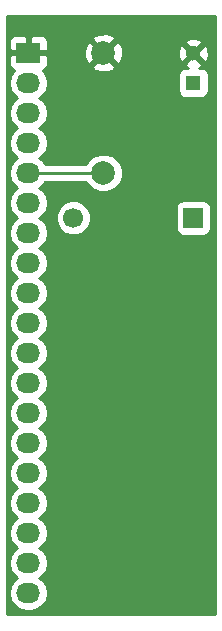
<source format=gbl>
G04 #@! TF.FileFunction,Copper,L2,Bot,Signal*
%FSLAX46Y46*%
G04 Gerber Fmt 4.6, Leading zero omitted, Abs format (unit mm)*
G04 Created by KiCad (PCBNEW 4.0.4+e1-6308~48~ubuntu16.04.1-stable) date Fri Nov  4 19:12:26 2016*
%MOMM*%
%LPD*%
G01*
G04 APERTURE LIST*
%ADD10C,0.100000*%
%ADD11R,1.300000X1.300000*%
%ADD12C,1.300000*%
%ADD13C,1.998980*%
%ADD14C,1.699260*%
%ADD15R,1.699260X1.699260*%
%ADD16R,2.032000X1.727200*%
%ADD17O,2.032000X1.727200*%
%ADD18C,0.250000*%
%ADD19C,0.254000*%
G04 APERTURE END LIST*
D10*
D11*
X144780000Y-107950000D03*
D12*
X144780000Y-105450000D03*
D13*
X137160000Y-115570000D03*
X137160000Y-105410000D03*
D14*
X134619480Y-119382540D03*
D15*
X144779480Y-119382540D03*
D16*
X130810000Y-105410000D03*
D17*
X130810000Y-107950000D03*
X130810000Y-110490000D03*
X130810000Y-113030000D03*
X130810000Y-115570000D03*
X130810000Y-118110000D03*
X130810000Y-120650000D03*
X130810000Y-123190000D03*
X130810000Y-125730000D03*
X130810000Y-128270000D03*
X130810000Y-130810000D03*
X130810000Y-133350000D03*
X130810000Y-135890000D03*
X130810000Y-138430000D03*
X130810000Y-140970000D03*
X130810000Y-143510000D03*
X130810000Y-146050000D03*
X130810000Y-148590000D03*
X130810000Y-151130000D03*
D18*
X130810000Y-115570000D02*
X137160000Y-115570000D01*
D19*
G36*
X146610000Y-152960000D02*
X128980000Y-152960000D01*
X128980000Y-107950000D01*
X129126655Y-107950000D01*
X129240729Y-108523489D01*
X129565585Y-109009670D01*
X129880366Y-109220000D01*
X129565585Y-109430330D01*
X129240729Y-109916511D01*
X129126655Y-110490000D01*
X129240729Y-111063489D01*
X129565585Y-111549670D01*
X129880366Y-111760000D01*
X129565585Y-111970330D01*
X129240729Y-112456511D01*
X129126655Y-113030000D01*
X129240729Y-113603489D01*
X129565585Y-114089670D01*
X129880366Y-114300000D01*
X129565585Y-114510330D01*
X129240729Y-114996511D01*
X129126655Y-115570000D01*
X129240729Y-116143489D01*
X129565585Y-116629670D01*
X129880366Y-116840000D01*
X129565585Y-117050330D01*
X129240729Y-117536511D01*
X129126655Y-118110000D01*
X129240729Y-118683489D01*
X129565585Y-119169670D01*
X129880366Y-119380000D01*
X129565585Y-119590330D01*
X129240729Y-120076511D01*
X129126655Y-120650000D01*
X129240729Y-121223489D01*
X129565585Y-121709670D01*
X129880366Y-121920000D01*
X129565585Y-122130330D01*
X129240729Y-122616511D01*
X129126655Y-123190000D01*
X129240729Y-123763489D01*
X129565585Y-124249670D01*
X129880366Y-124460000D01*
X129565585Y-124670330D01*
X129240729Y-125156511D01*
X129126655Y-125730000D01*
X129240729Y-126303489D01*
X129565585Y-126789670D01*
X129880366Y-127000000D01*
X129565585Y-127210330D01*
X129240729Y-127696511D01*
X129126655Y-128270000D01*
X129240729Y-128843489D01*
X129565585Y-129329670D01*
X129880366Y-129540000D01*
X129565585Y-129750330D01*
X129240729Y-130236511D01*
X129126655Y-130810000D01*
X129240729Y-131383489D01*
X129565585Y-131869670D01*
X129880366Y-132080000D01*
X129565585Y-132290330D01*
X129240729Y-132776511D01*
X129126655Y-133350000D01*
X129240729Y-133923489D01*
X129565585Y-134409670D01*
X129880366Y-134620000D01*
X129565585Y-134830330D01*
X129240729Y-135316511D01*
X129126655Y-135890000D01*
X129240729Y-136463489D01*
X129565585Y-136949670D01*
X129880366Y-137160000D01*
X129565585Y-137370330D01*
X129240729Y-137856511D01*
X129126655Y-138430000D01*
X129240729Y-139003489D01*
X129565585Y-139489670D01*
X129880366Y-139700000D01*
X129565585Y-139910330D01*
X129240729Y-140396511D01*
X129126655Y-140970000D01*
X129240729Y-141543489D01*
X129565585Y-142029670D01*
X129880366Y-142240000D01*
X129565585Y-142450330D01*
X129240729Y-142936511D01*
X129126655Y-143510000D01*
X129240729Y-144083489D01*
X129565585Y-144569670D01*
X129880366Y-144780000D01*
X129565585Y-144990330D01*
X129240729Y-145476511D01*
X129126655Y-146050000D01*
X129240729Y-146623489D01*
X129565585Y-147109670D01*
X129880366Y-147320000D01*
X129565585Y-147530330D01*
X129240729Y-148016511D01*
X129126655Y-148590000D01*
X129240729Y-149163489D01*
X129565585Y-149649670D01*
X129880366Y-149860000D01*
X129565585Y-150070330D01*
X129240729Y-150556511D01*
X129126655Y-151130000D01*
X129240729Y-151703489D01*
X129565585Y-152189670D01*
X130051766Y-152514526D01*
X130625255Y-152628600D01*
X130994745Y-152628600D01*
X131568234Y-152514526D01*
X132054415Y-152189670D01*
X132379271Y-151703489D01*
X132493345Y-151130000D01*
X132379271Y-150556511D01*
X132054415Y-150070330D01*
X131739634Y-149860000D01*
X132054415Y-149649670D01*
X132379271Y-149163489D01*
X132493345Y-148590000D01*
X132379271Y-148016511D01*
X132054415Y-147530330D01*
X131739634Y-147320000D01*
X132054415Y-147109670D01*
X132379271Y-146623489D01*
X132493345Y-146050000D01*
X132379271Y-145476511D01*
X132054415Y-144990330D01*
X131739634Y-144780000D01*
X132054415Y-144569670D01*
X132379271Y-144083489D01*
X132493345Y-143510000D01*
X132379271Y-142936511D01*
X132054415Y-142450330D01*
X131739634Y-142240000D01*
X132054415Y-142029670D01*
X132379271Y-141543489D01*
X132493345Y-140970000D01*
X132379271Y-140396511D01*
X132054415Y-139910330D01*
X131739634Y-139700000D01*
X132054415Y-139489670D01*
X132379271Y-139003489D01*
X132493345Y-138430000D01*
X132379271Y-137856511D01*
X132054415Y-137370330D01*
X131739634Y-137160000D01*
X132054415Y-136949670D01*
X132379271Y-136463489D01*
X132493345Y-135890000D01*
X132379271Y-135316511D01*
X132054415Y-134830330D01*
X131739634Y-134620000D01*
X132054415Y-134409670D01*
X132379271Y-133923489D01*
X132493345Y-133350000D01*
X132379271Y-132776511D01*
X132054415Y-132290330D01*
X131739634Y-132080000D01*
X132054415Y-131869670D01*
X132379271Y-131383489D01*
X132493345Y-130810000D01*
X132379271Y-130236511D01*
X132054415Y-129750330D01*
X131739634Y-129540000D01*
X132054415Y-129329670D01*
X132379271Y-128843489D01*
X132493345Y-128270000D01*
X132379271Y-127696511D01*
X132054415Y-127210330D01*
X131739634Y-127000000D01*
X132054415Y-126789670D01*
X132379271Y-126303489D01*
X132493345Y-125730000D01*
X132379271Y-125156511D01*
X132054415Y-124670330D01*
X131739634Y-124460000D01*
X132054415Y-124249670D01*
X132379271Y-123763489D01*
X132493345Y-123190000D01*
X132379271Y-122616511D01*
X132054415Y-122130330D01*
X131739634Y-121920000D01*
X132054415Y-121709670D01*
X132379271Y-121223489D01*
X132493345Y-120650000D01*
X132379271Y-120076511D01*
X132112030Y-119676556D01*
X133134592Y-119676556D01*
X133360138Y-120222417D01*
X133777406Y-120640414D01*
X134322873Y-120866912D01*
X134913496Y-120867428D01*
X135459357Y-120641882D01*
X135877354Y-120224614D01*
X136103852Y-119679147D01*
X136104368Y-119088524D01*
X135878822Y-118542663D01*
X135869087Y-118532910D01*
X143282410Y-118532910D01*
X143282410Y-120232170D01*
X143326688Y-120467487D01*
X143465760Y-120683611D01*
X143677960Y-120828601D01*
X143929850Y-120879610D01*
X145629110Y-120879610D01*
X145864427Y-120835332D01*
X146080551Y-120696260D01*
X146225541Y-120484060D01*
X146276550Y-120232170D01*
X146276550Y-118532910D01*
X146232272Y-118297593D01*
X146093200Y-118081469D01*
X145881000Y-117936479D01*
X145629110Y-117885470D01*
X143929850Y-117885470D01*
X143694533Y-117929748D01*
X143478409Y-118068820D01*
X143333419Y-118281020D01*
X143282410Y-118532910D01*
X135869087Y-118532910D01*
X135461554Y-118124666D01*
X134916087Y-117898168D01*
X134325464Y-117897652D01*
X133779603Y-118123198D01*
X133361606Y-118540466D01*
X133135108Y-119085933D01*
X133134592Y-119676556D01*
X132112030Y-119676556D01*
X132054415Y-119590330D01*
X131739634Y-119380000D01*
X132054415Y-119169670D01*
X132379271Y-118683489D01*
X132493345Y-118110000D01*
X132379271Y-117536511D01*
X132054415Y-117050330D01*
X131739634Y-116840000D01*
X132054415Y-116629670D01*
X132254648Y-116330000D01*
X135705504Y-116330000D01*
X135773538Y-116494655D01*
X136232927Y-116954846D01*
X136833453Y-117204206D01*
X137483694Y-117204774D01*
X138084655Y-116956462D01*
X138544846Y-116497073D01*
X138794206Y-115896547D01*
X138794774Y-115246306D01*
X138546462Y-114645345D01*
X138087073Y-114185154D01*
X137486547Y-113935794D01*
X136836306Y-113935226D01*
X136235345Y-114183538D01*
X135775154Y-114642927D01*
X135705779Y-114810000D01*
X132254648Y-114810000D01*
X132054415Y-114510330D01*
X131739634Y-114300000D01*
X132054415Y-114089670D01*
X132379271Y-113603489D01*
X132493345Y-113030000D01*
X132379271Y-112456511D01*
X132054415Y-111970330D01*
X131739634Y-111760000D01*
X132054415Y-111549670D01*
X132379271Y-111063489D01*
X132493345Y-110490000D01*
X132379271Y-109916511D01*
X132054415Y-109430330D01*
X131739634Y-109220000D01*
X132054415Y-109009670D01*
X132379271Y-108523489D01*
X132493345Y-107950000D01*
X132379271Y-107376511D01*
X132328148Y-107300000D01*
X143482560Y-107300000D01*
X143482560Y-108600000D01*
X143526838Y-108835317D01*
X143665910Y-109051441D01*
X143878110Y-109196431D01*
X144130000Y-109247440D01*
X145430000Y-109247440D01*
X145665317Y-109203162D01*
X145881441Y-109064090D01*
X146026431Y-108851890D01*
X146077440Y-108600000D01*
X146077440Y-107300000D01*
X146033162Y-107064683D01*
X145894090Y-106848559D01*
X145681890Y-106703569D01*
X145430000Y-106652560D01*
X145267615Y-106652560D01*
X145443729Y-106579611D01*
X145499410Y-106349016D01*
X144780000Y-105629605D01*
X144060590Y-106349016D01*
X144116271Y-106579611D01*
X144325902Y-106652560D01*
X144130000Y-106652560D01*
X143894683Y-106696838D01*
X143678559Y-106835910D01*
X143533569Y-107048110D01*
X143482560Y-107300000D01*
X132328148Y-107300000D01*
X132054415Y-106890330D01*
X132032220Y-106875500D01*
X132185699Y-106811927D01*
X132364327Y-106633298D01*
X132393792Y-106562163D01*
X136187443Y-106562163D01*
X136286042Y-106828965D01*
X136895582Y-107055401D01*
X137545377Y-107031341D01*
X138033958Y-106828965D01*
X138132557Y-106562163D01*
X137160000Y-105589605D01*
X136187443Y-106562163D01*
X132393792Y-106562163D01*
X132461000Y-106399909D01*
X132461000Y-105695750D01*
X132302250Y-105537000D01*
X130937000Y-105537000D01*
X130937000Y-105557000D01*
X130683000Y-105557000D01*
X130683000Y-105537000D01*
X129317750Y-105537000D01*
X129159000Y-105695750D01*
X129159000Y-106399909D01*
X129255673Y-106633298D01*
X129434301Y-106811927D01*
X129587780Y-106875500D01*
X129565585Y-106890330D01*
X129240729Y-107376511D01*
X129126655Y-107950000D01*
X128980000Y-107950000D01*
X128980000Y-104420091D01*
X129159000Y-104420091D01*
X129159000Y-105124250D01*
X129317750Y-105283000D01*
X130683000Y-105283000D01*
X130683000Y-104070150D01*
X130937000Y-104070150D01*
X130937000Y-105283000D01*
X132302250Y-105283000D01*
X132439668Y-105145582D01*
X135514599Y-105145582D01*
X135538659Y-105795377D01*
X135741035Y-106283958D01*
X136007837Y-106382557D01*
X136980395Y-105410000D01*
X137339605Y-105410000D01*
X138312163Y-106382557D01*
X138578965Y-106283958D01*
X138805401Y-105674418D01*
X138790393Y-105269078D01*
X143482378Y-105269078D01*
X143511917Y-105779428D01*
X143650389Y-106113729D01*
X143880984Y-106169410D01*
X144600395Y-105450000D01*
X144959605Y-105450000D01*
X145679016Y-106169410D01*
X145909611Y-106113729D01*
X146077622Y-105630922D01*
X146048083Y-105120572D01*
X145909611Y-104786271D01*
X145679016Y-104730590D01*
X144959605Y-105450000D01*
X144600395Y-105450000D01*
X143880984Y-104730590D01*
X143650389Y-104786271D01*
X143482378Y-105269078D01*
X138790393Y-105269078D01*
X138781341Y-105024623D01*
X138585155Y-104550984D01*
X144060590Y-104550984D01*
X144780000Y-105270395D01*
X145499410Y-104550984D01*
X145443729Y-104320389D01*
X144960922Y-104152378D01*
X144450572Y-104181917D01*
X144116271Y-104320389D01*
X144060590Y-104550984D01*
X138585155Y-104550984D01*
X138578965Y-104536042D01*
X138312163Y-104437443D01*
X137339605Y-105410000D01*
X136980395Y-105410000D01*
X136007837Y-104437443D01*
X135741035Y-104536042D01*
X135514599Y-105145582D01*
X132439668Y-105145582D01*
X132461000Y-105124250D01*
X132461000Y-104420091D01*
X132393793Y-104257837D01*
X136187443Y-104257837D01*
X137160000Y-105230395D01*
X138132557Y-104257837D01*
X138033958Y-103991035D01*
X137424418Y-103764599D01*
X136774623Y-103788659D01*
X136286042Y-103991035D01*
X136187443Y-104257837D01*
X132393793Y-104257837D01*
X132364327Y-104186702D01*
X132185699Y-104008073D01*
X131952310Y-103911400D01*
X131095750Y-103911400D01*
X130937000Y-104070150D01*
X130683000Y-104070150D01*
X130524250Y-103911400D01*
X129667690Y-103911400D01*
X129434301Y-104008073D01*
X129255673Y-104186702D01*
X129159000Y-104420091D01*
X128980000Y-104420091D01*
X128980000Y-102310000D01*
X146610000Y-102310000D01*
X146610000Y-152960000D01*
X146610000Y-152960000D01*
G37*
X146610000Y-152960000D02*
X128980000Y-152960000D01*
X128980000Y-107950000D01*
X129126655Y-107950000D01*
X129240729Y-108523489D01*
X129565585Y-109009670D01*
X129880366Y-109220000D01*
X129565585Y-109430330D01*
X129240729Y-109916511D01*
X129126655Y-110490000D01*
X129240729Y-111063489D01*
X129565585Y-111549670D01*
X129880366Y-111760000D01*
X129565585Y-111970330D01*
X129240729Y-112456511D01*
X129126655Y-113030000D01*
X129240729Y-113603489D01*
X129565585Y-114089670D01*
X129880366Y-114300000D01*
X129565585Y-114510330D01*
X129240729Y-114996511D01*
X129126655Y-115570000D01*
X129240729Y-116143489D01*
X129565585Y-116629670D01*
X129880366Y-116840000D01*
X129565585Y-117050330D01*
X129240729Y-117536511D01*
X129126655Y-118110000D01*
X129240729Y-118683489D01*
X129565585Y-119169670D01*
X129880366Y-119380000D01*
X129565585Y-119590330D01*
X129240729Y-120076511D01*
X129126655Y-120650000D01*
X129240729Y-121223489D01*
X129565585Y-121709670D01*
X129880366Y-121920000D01*
X129565585Y-122130330D01*
X129240729Y-122616511D01*
X129126655Y-123190000D01*
X129240729Y-123763489D01*
X129565585Y-124249670D01*
X129880366Y-124460000D01*
X129565585Y-124670330D01*
X129240729Y-125156511D01*
X129126655Y-125730000D01*
X129240729Y-126303489D01*
X129565585Y-126789670D01*
X129880366Y-127000000D01*
X129565585Y-127210330D01*
X129240729Y-127696511D01*
X129126655Y-128270000D01*
X129240729Y-128843489D01*
X129565585Y-129329670D01*
X129880366Y-129540000D01*
X129565585Y-129750330D01*
X129240729Y-130236511D01*
X129126655Y-130810000D01*
X129240729Y-131383489D01*
X129565585Y-131869670D01*
X129880366Y-132080000D01*
X129565585Y-132290330D01*
X129240729Y-132776511D01*
X129126655Y-133350000D01*
X129240729Y-133923489D01*
X129565585Y-134409670D01*
X129880366Y-134620000D01*
X129565585Y-134830330D01*
X129240729Y-135316511D01*
X129126655Y-135890000D01*
X129240729Y-136463489D01*
X129565585Y-136949670D01*
X129880366Y-137160000D01*
X129565585Y-137370330D01*
X129240729Y-137856511D01*
X129126655Y-138430000D01*
X129240729Y-139003489D01*
X129565585Y-139489670D01*
X129880366Y-139700000D01*
X129565585Y-139910330D01*
X129240729Y-140396511D01*
X129126655Y-140970000D01*
X129240729Y-141543489D01*
X129565585Y-142029670D01*
X129880366Y-142240000D01*
X129565585Y-142450330D01*
X129240729Y-142936511D01*
X129126655Y-143510000D01*
X129240729Y-144083489D01*
X129565585Y-144569670D01*
X129880366Y-144780000D01*
X129565585Y-144990330D01*
X129240729Y-145476511D01*
X129126655Y-146050000D01*
X129240729Y-146623489D01*
X129565585Y-147109670D01*
X129880366Y-147320000D01*
X129565585Y-147530330D01*
X129240729Y-148016511D01*
X129126655Y-148590000D01*
X129240729Y-149163489D01*
X129565585Y-149649670D01*
X129880366Y-149860000D01*
X129565585Y-150070330D01*
X129240729Y-150556511D01*
X129126655Y-151130000D01*
X129240729Y-151703489D01*
X129565585Y-152189670D01*
X130051766Y-152514526D01*
X130625255Y-152628600D01*
X130994745Y-152628600D01*
X131568234Y-152514526D01*
X132054415Y-152189670D01*
X132379271Y-151703489D01*
X132493345Y-151130000D01*
X132379271Y-150556511D01*
X132054415Y-150070330D01*
X131739634Y-149860000D01*
X132054415Y-149649670D01*
X132379271Y-149163489D01*
X132493345Y-148590000D01*
X132379271Y-148016511D01*
X132054415Y-147530330D01*
X131739634Y-147320000D01*
X132054415Y-147109670D01*
X132379271Y-146623489D01*
X132493345Y-146050000D01*
X132379271Y-145476511D01*
X132054415Y-144990330D01*
X131739634Y-144780000D01*
X132054415Y-144569670D01*
X132379271Y-144083489D01*
X132493345Y-143510000D01*
X132379271Y-142936511D01*
X132054415Y-142450330D01*
X131739634Y-142240000D01*
X132054415Y-142029670D01*
X132379271Y-141543489D01*
X132493345Y-140970000D01*
X132379271Y-140396511D01*
X132054415Y-139910330D01*
X131739634Y-139700000D01*
X132054415Y-139489670D01*
X132379271Y-139003489D01*
X132493345Y-138430000D01*
X132379271Y-137856511D01*
X132054415Y-137370330D01*
X131739634Y-137160000D01*
X132054415Y-136949670D01*
X132379271Y-136463489D01*
X132493345Y-135890000D01*
X132379271Y-135316511D01*
X132054415Y-134830330D01*
X131739634Y-134620000D01*
X132054415Y-134409670D01*
X132379271Y-133923489D01*
X132493345Y-133350000D01*
X132379271Y-132776511D01*
X132054415Y-132290330D01*
X131739634Y-132080000D01*
X132054415Y-131869670D01*
X132379271Y-131383489D01*
X132493345Y-130810000D01*
X132379271Y-130236511D01*
X132054415Y-129750330D01*
X131739634Y-129540000D01*
X132054415Y-129329670D01*
X132379271Y-128843489D01*
X132493345Y-128270000D01*
X132379271Y-127696511D01*
X132054415Y-127210330D01*
X131739634Y-127000000D01*
X132054415Y-126789670D01*
X132379271Y-126303489D01*
X132493345Y-125730000D01*
X132379271Y-125156511D01*
X132054415Y-124670330D01*
X131739634Y-124460000D01*
X132054415Y-124249670D01*
X132379271Y-123763489D01*
X132493345Y-123190000D01*
X132379271Y-122616511D01*
X132054415Y-122130330D01*
X131739634Y-121920000D01*
X132054415Y-121709670D01*
X132379271Y-121223489D01*
X132493345Y-120650000D01*
X132379271Y-120076511D01*
X132112030Y-119676556D01*
X133134592Y-119676556D01*
X133360138Y-120222417D01*
X133777406Y-120640414D01*
X134322873Y-120866912D01*
X134913496Y-120867428D01*
X135459357Y-120641882D01*
X135877354Y-120224614D01*
X136103852Y-119679147D01*
X136104368Y-119088524D01*
X135878822Y-118542663D01*
X135869087Y-118532910D01*
X143282410Y-118532910D01*
X143282410Y-120232170D01*
X143326688Y-120467487D01*
X143465760Y-120683611D01*
X143677960Y-120828601D01*
X143929850Y-120879610D01*
X145629110Y-120879610D01*
X145864427Y-120835332D01*
X146080551Y-120696260D01*
X146225541Y-120484060D01*
X146276550Y-120232170D01*
X146276550Y-118532910D01*
X146232272Y-118297593D01*
X146093200Y-118081469D01*
X145881000Y-117936479D01*
X145629110Y-117885470D01*
X143929850Y-117885470D01*
X143694533Y-117929748D01*
X143478409Y-118068820D01*
X143333419Y-118281020D01*
X143282410Y-118532910D01*
X135869087Y-118532910D01*
X135461554Y-118124666D01*
X134916087Y-117898168D01*
X134325464Y-117897652D01*
X133779603Y-118123198D01*
X133361606Y-118540466D01*
X133135108Y-119085933D01*
X133134592Y-119676556D01*
X132112030Y-119676556D01*
X132054415Y-119590330D01*
X131739634Y-119380000D01*
X132054415Y-119169670D01*
X132379271Y-118683489D01*
X132493345Y-118110000D01*
X132379271Y-117536511D01*
X132054415Y-117050330D01*
X131739634Y-116840000D01*
X132054415Y-116629670D01*
X132254648Y-116330000D01*
X135705504Y-116330000D01*
X135773538Y-116494655D01*
X136232927Y-116954846D01*
X136833453Y-117204206D01*
X137483694Y-117204774D01*
X138084655Y-116956462D01*
X138544846Y-116497073D01*
X138794206Y-115896547D01*
X138794774Y-115246306D01*
X138546462Y-114645345D01*
X138087073Y-114185154D01*
X137486547Y-113935794D01*
X136836306Y-113935226D01*
X136235345Y-114183538D01*
X135775154Y-114642927D01*
X135705779Y-114810000D01*
X132254648Y-114810000D01*
X132054415Y-114510330D01*
X131739634Y-114300000D01*
X132054415Y-114089670D01*
X132379271Y-113603489D01*
X132493345Y-113030000D01*
X132379271Y-112456511D01*
X132054415Y-111970330D01*
X131739634Y-111760000D01*
X132054415Y-111549670D01*
X132379271Y-111063489D01*
X132493345Y-110490000D01*
X132379271Y-109916511D01*
X132054415Y-109430330D01*
X131739634Y-109220000D01*
X132054415Y-109009670D01*
X132379271Y-108523489D01*
X132493345Y-107950000D01*
X132379271Y-107376511D01*
X132328148Y-107300000D01*
X143482560Y-107300000D01*
X143482560Y-108600000D01*
X143526838Y-108835317D01*
X143665910Y-109051441D01*
X143878110Y-109196431D01*
X144130000Y-109247440D01*
X145430000Y-109247440D01*
X145665317Y-109203162D01*
X145881441Y-109064090D01*
X146026431Y-108851890D01*
X146077440Y-108600000D01*
X146077440Y-107300000D01*
X146033162Y-107064683D01*
X145894090Y-106848559D01*
X145681890Y-106703569D01*
X145430000Y-106652560D01*
X145267615Y-106652560D01*
X145443729Y-106579611D01*
X145499410Y-106349016D01*
X144780000Y-105629605D01*
X144060590Y-106349016D01*
X144116271Y-106579611D01*
X144325902Y-106652560D01*
X144130000Y-106652560D01*
X143894683Y-106696838D01*
X143678559Y-106835910D01*
X143533569Y-107048110D01*
X143482560Y-107300000D01*
X132328148Y-107300000D01*
X132054415Y-106890330D01*
X132032220Y-106875500D01*
X132185699Y-106811927D01*
X132364327Y-106633298D01*
X132393792Y-106562163D01*
X136187443Y-106562163D01*
X136286042Y-106828965D01*
X136895582Y-107055401D01*
X137545377Y-107031341D01*
X138033958Y-106828965D01*
X138132557Y-106562163D01*
X137160000Y-105589605D01*
X136187443Y-106562163D01*
X132393792Y-106562163D01*
X132461000Y-106399909D01*
X132461000Y-105695750D01*
X132302250Y-105537000D01*
X130937000Y-105537000D01*
X130937000Y-105557000D01*
X130683000Y-105557000D01*
X130683000Y-105537000D01*
X129317750Y-105537000D01*
X129159000Y-105695750D01*
X129159000Y-106399909D01*
X129255673Y-106633298D01*
X129434301Y-106811927D01*
X129587780Y-106875500D01*
X129565585Y-106890330D01*
X129240729Y-107376511D01*
X129126655Y-107950000D01*
X128980000Y-107950000D01*
X128980000Y-104420091D01*
X129159000Y-104420091D01*
X129159000Y-105124250D01*
X129317750Y-105283000D01*
X130683000Y-105283000D01*
X130683000Y-104070150D01*
X130937000Y-104070150D01*
X130937000Y-105283000D01*
X132302250Y-105283000D01*
X132439668Y-105145582D01*
X135514599Y-105145582D01*
X135538659Y-105795377D01*
X135741035Y-106283958D01*
X136007837Y-106382557D01*
X136980395Y-105410000D01*
X137339605Y-105410000D01*
X138312163Y-106382557D01*
X138578965Y-106283958D01*
X138805401Y-105674418D01*
X138790393Y-105269078D01*
X143482378Y-105269078D01*
X143511917Y-105779428D01*
X143650389Y-106113729D01*
X143880984Y-106169410D01*
X144600395Y-105450000D01*
X144959605Y-105450000D01*
X145679016Y-106169410D01*
X145909611Y-106113729D01*
X146077622Y-105630922D01*
X146048083Y-105120572D01*
X145909611Y-104786271D01*
X145679016Y-104730590D01*
X144959605Y-105450000D01*
X144600395Y-105450000D01*
X143880984Y-104730590D01*
X143650389Y-104786271D01*
X143482378Y-105269078D01*
X138790393Y-105269078D01*
X138781341Y-105024623D01*
X138585155Y-104550984D01*
X144060590Y-104550984D01*
X144780000Y-105270395D01*
X145499410Y-104550984D01*
X145443729Y-104320389D01*
X144960922Y-104152378D01*
X144450572Y-104181917D01*
X144116271Y-104320389D01*
X144060590Y-104550984D01*
X138585155Y-104550984D01*
X138578965Y-104536042D01*
X138312163Y-104437443D01*
X137339605Y-105410000D01*
X136980395Y-105410000D01*
X136007837Y-104437443D01*
X135741035Y-104536042D01*
X135514599Y-105145582D01*
X132439668Y-105145582D01*
X132461000Y-105124250D01*
X132461000Y-104420091D01*
X132393793Y-104257837D01*
X136187443Y-104257837D01*
X137160000Y-105230395D01*
X138132557Y-104257837D01*
X138033958Y-103991035D01*
X137424418Y-103764599D01*
X136774623Y-103788659D01*
X136286042Y-103991035D01*
X136187443Y-104257837D01*
X132393793Y-104257837D01*
X132364327Y-104186702D01*
X132185699Y-104008073D01*
X131952310Y-103911400D01*
X131095750Y-103911400D01*
X130937000Y-104070150D01*
X130683000Y-104070150D01*
X130524250Y-103911400D01*
X129667690Y-103911400D01*
X129434301Y-104008073D01*
X129255673Y-104186702D01*
X129159000Y-104420091D01*
X128980000Y-104420091D01*
X128980000Y-102310000D01*
X146610000Y-102310000D01*
X146610000Y-152960000D01*
M02*

</source>
